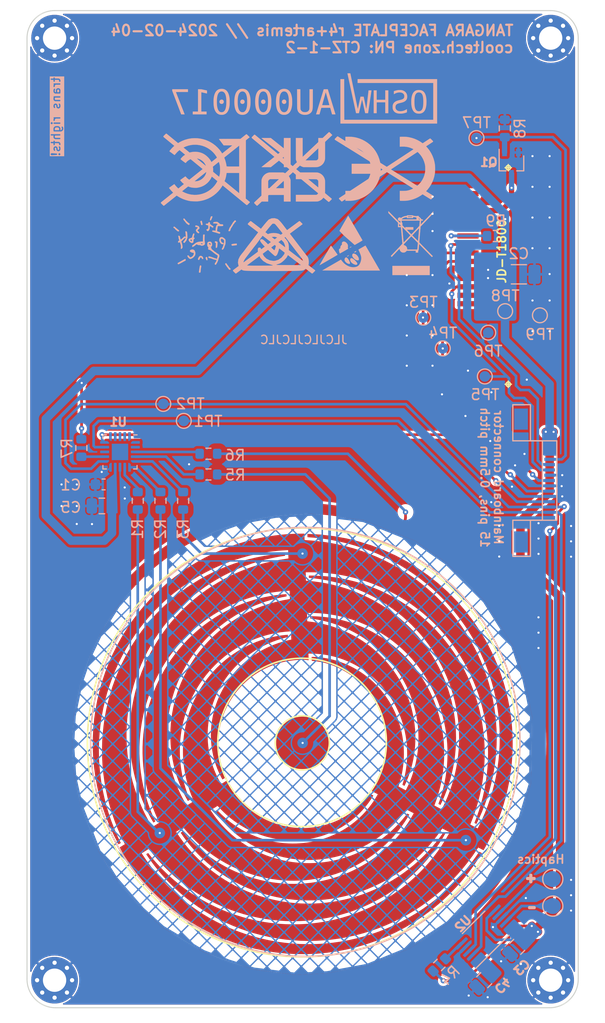
<source format=kicad_pcb>
(kicad_pcb (version 20221018) (generator pcbnew)

  (general
    (thickness 1.6)
  )

  (paper "A4")
  (title_block
    (comment 4 "AISLER Project ID: UHMYFJNI")
  )

  (layers
    (0 "F.Cu" signal)
    (31 "B.Cu" signal)
    (32 "B.Adhes" user "B.Adhesive")
    (33 "F.Adhes" user "F.Adhesive")
    (34 "B.Paste" user)
    (35 "F.Paste" user)
    (36 "B.SilkS" user "B.Silkscreen")
    (37 "F.SilkS" user "F.Silkscreen")
    (38 "B.Mask" user)
    (39 "F.Mask" user)
    (40 "Dwgs.User" user "User.Drawings")
    (41 "Cmts.User" user "User.Comments")
    (42 "Eco1.User" user "User.Eco1")
    (43 "Eco2.User" user "User.Eco2")
    (44 "Edge.Cuts" user)
    (45 "Margin" user)
    (46 "B.CrtYd" user "B.Courtyard")
    (47 "F.CrtYd" user "F.Courtyard")
    (48 "B.Fab" user)
    (49 "F.Fab" user)
    (50 "User.1" user)
    (51 "User.2" user)
    (52 "User.3" user)
    (53 "User.4" user)
    (54 "User.5" user)
    (55 "User.6" user)
    (56 "User.7" user)
    (57 "User.8" user)
    (58 "User.9" user)
  )

  (setup
    (stackup
      (layer "F.SilkS" (type "Top Silk Screen"))
      (layer "F.Paste" (type "Top Solder Paste"))
      (layer "F.Mask" (type "Top Solder Mask") (thickness 0.01))
      (layer "F.Cu" (type "copper") (thickness 0.035))
      (layer "dielectric 1" (type "core") (thickness 1.51) (material "FR4") (epsilon_r 4.5) (loss_tangent 0.02))
      (layer "B.Cu" (type "copper") (thickness 0.035))
      (layer "B.Mask" (type "Bottom Solder Mask") (thickness 0.01))
      (layer "B.Paste" (type "Bottom Solder Paste"))
      (layer "B.SilkS" (type "Bottom Silk Screen"))
      (copper_finish "None")
      (dielectric_constraints no)
    )
    (pad_to_mask_clearance 0)
    (pcbplotparams
      (layerselection 0x00010fc_ffffffff)
      (plot_on_all_layers_selection 0x0000000_00000000)
      (disableapertmacros false)
      (usegerberextensions false)
      (usegerberattributes true)
      (usegerberadvancedattributes true)
      (creategerberjobfile true)
      (dashed_line_dash_ratio 12.000000)
      (dashed_line_gap_ratio 3.000000)
      (svgprecision 6)
      (plotframeref false)
      (viasonmask false)
      (mode 1)
      (useauxorigin false)
      (hpglpennumber 1)
      (hpglpenspeed 20)
      (hpglpendiameter 15.000000)
      (dxfpolygonmode true)
      (dxfimperialunits true)
      (dxfusepcbnewfont true)
      (psnegative false)
      (psa4output false)
      (plotreference true)
      (plotvalue true)
      (plotinvisibletext false)
      (sketchpadsonfab false)
      (subtractmaskfromsilk false)
      (outputformat 1)
      (mirror false)
      (drillshape 0)
      (scaleselection 1)
      (outputdirectory "./gerbers2/")
    )
  )

  (net 0 "")
  (net 1 "Net-(U2-REG)")
  (net 2 "Net-(J2-Pin_1)")
  (net 3 "Net-(SW2-Pin_1)")
  (net 4 "GND")
  (net 5 "+3V3")
  (net 6 "/SCL")
  (net 7 "/SDA")
  (net 8 "/TOUCH_INT")
  (net 9 "/PICO")
  (net 10 "Net-(LCD1-RESET)")
  (net 11 "/SCLK")
  (net 12 "/CS")
  (net 13 "/RS")
  (net 14 "/LED_ENABLE")
  (net 15 "Net-(SW2-Pin_2)")
  (net 16 "Net-(SW2-Pin_3)")
  (net 17 "Net-(LCD1-LEDK)")
  (net 18 "Net-(J1-Pin_1)")
  (net 19 "Net-(U1-KEY0)")
  (net 20 "Net-(SW1-Pin_1)")
  (net 21 "Net-(U1-KEY1)")
  (net 22 "Net-(SW3-Pin_1)")
  (net 23 "Net-(U1-KEY2)")
  (net 24 "Net-(U2-EN)")
  (net 25 "Net-(U1-KEY3)")
  (net 26 "Net-(U1-KEY4)")
  (net 27 "Net-(U1-~{RESET})")
  (net 28 "unconnected-(U1-KEY6-Pad1)")
  (net 29 "unconnected-(U1-KEY5-Pad2)")
  (net 30 "unconnected-(U1-NC-Pad13)")
  (net 31 "unconnected-(U1-KEY11-Pad16)")
  (net 32 "unconnected-(U1-KEY10-Pad17)")
  (net 33 "unconnected-(U1-KEY9-Pad18)")
  (net 34 "unconnected-(U1-KEY8-Pad19)")
  (net 35 "unconnected-(U1-KEY7-Pad20)")

  (footprint "faceplate-footprints:qtouch-wheel" (layer "F.Cu") (at 157.687776 117.890948 -148))

  (footprint "faceplate-footprints:qtouch-guard" (layer "F.Cu") (at 157.7 117.885573 -10))

  (footprint "MountingHole:MountingHole_2.2mm_M2_Pad_Via" (layer "F.Cu") (at 134.3 140.2))

  (footprint "MountingHole:MountingHole_2.2mm_M2_Pad_Via" (layer "F.Cu") (at 134.3 51.25))

  (footprint "faceplate-footprints:qtouch-button" (layer "F.Cu") (at 157.7 117.8))

  (footprint "MountingHole:MountingHole_2.2mm_M2_Pad_Via" (layer "F.Cu") (at 181.1 51.25))

  (footprint "faceplate-footprints:JD-T1800" (layer "F.Cu") (at 160.199674 71.131556 90))

  (footprint "MountingHole:MountingHole_2.2mm_M2_Pad_Via" (layer "F.Cu") (at 181.1 140.2))

  (footprint "Resistor_SMD:R_0603_1608Metric" (layer "B.Cu") (at 148.811943 90.492976 180))

  (footprint "footprints:oshwa-cert" (layer "B.Cu")
    (tstamp 0efe2e21-be9b-4968-94bd-c6302fb66314)
    (at 157.889132 56.948653 180)
    (attr board_only exclude_from_pos_files exclude_from_bom)
    (fp_text reference "G***" (at 0 0) (layer "B.SilkS") hide
        (effects (font (size 1.5 1.5) (thickness 0.3)) (justify mirror))
      (tstamp 7475cf8c-a45b-45a4-9aca-d3a1d614bf0b)
    )
    (fp_text value "LOGO" (at 0.75 0) (layer "B.SilkS") hide
        (effects (font (size 1.5 1.5) (thickness 0.3)) (justify mirror))
      (tstamp 68d40912-2460-4daa-847d-21071157a31b)
    )
    (fp_poly
      (pts
        (xy -7.603911 0.325283)
        (xy -7.603911 -0.11892)
        (xy -7.20168 -0.11892)
        (xy -6.799449 -0.11892)
        (xy -6.799449 0.325283)
        (xy -6.799449 0.769485)
        (xy -6.656045 0.769485)
        (xy -6.512641 0.769485)
        (xy -6.512641 -0.311291)
        (xy -6.512641 -1.392068)
        (xy -6.656 -1.392068)
        (xy -6.799358 -1.392068)
        (xy -6.801153 -0.879661)
        (xy -6.802947 -0.367254)
        (xy -7.203429 -0.365448)
        (xy -7.603911 -0.363642)
        (xy -7.603911 -0.877855)
        (xy -7.603911 -1.392068)
        (xy -7.750813 -1.392068)
        (xy -7.897714 -1.392068)
        (xy -7.897714 -0.311291)
        (xy -7.897714 0.769485)
        (xy -7.750813 0.769485)
        (xy -7.603911 0.769485)
      )

      (stroke (width 0) (type solid)) (fill solid) (layer "B.SilkS") (tstamp 1b1b8f51-b395-4d88-b8f2-dba3c17db507))
    (fp_poly
      (pts
        (xy 1.993324 -0.106062)
        (xy 2.035363 -0.122924)
        (xy 2.078183 -0.153449)
        (xy 2.110862 -0.191633)
        (xy 2.133126 -0.235361)
        (xy 2.144704 -0.282519)
        (xy 2.145322 -0.330993)
        (xy 2.134707 -0.37867)
        (xy 2.112587 -0.423434)
        (xy 2.079211 -0.462691)
        (xy 2.034945 -0.494397)
        (xy 1.985358 -0.51343)
        (xy 1.931954 -0.519332)
        (xy 1.901821 -0.516862)
        (xy 1.851568 -0.503043)
        (xy 1.80736 -0.478277)
        (xy 1.771229 -0.444201)
        (xy 1.745209 -0.40245)
        (xy 1.738559 -0.385411)
        (xy 1.729924 -0.343711)
        (xy 1.728816 -0.297617)
        (xy 1.734943 -0.252772)
        (xy 1.747347 -0.216156)
        (xy 1.776112 -0.172443)
        (xy 1.815084 -0.136028)
        (xy 1.852759 -0.113607)
        (xy 1.896485 -0.100452)
        (xy 1.944743 -0.098008)
      )

      (stroke (width 0) (type solid)) (fill solid) (layer "B.SilkS") (tstamp 2d7f64a2-1067-4e7c-b17e-01f5811329be))
    (fp_poly
      (pts
        (xy 5.921188 -0.105238)
        (xy 5.967032 -0.124476)
        (xy 6.007638 -0.154451)
        (xy 6.040976 -0.194426)
        (xy 6.056583 -0.222763)
        (xy 6.071705 -0.271276)
        (xy 6.07512 -0.323041)
        (xy 6.066786 -0.373744)
        (xy 6.058386 -0.396925)
        (xy 6.032847 -0.43845)
        (xy 5.997189 -0.47284)
        (xy 5.954063 -0.498674)
        (xy 5.90612 -0.514534)
        (xy 5.85601 -0.519001)
        (xy 5.834095 -0.517012)
        (xy 5.782933 -0.503599)
        (xy 5.739369 -0.479232)
        (xy 5.71733 -0.460302)
        (xy 5.686228 -0.421988)
        (xy 5.666917 -0.378622)
        (xy 5.65855 -0.328075)
        (xy 5.658048 -0.311425)
        (xy 5.663994 -0.255602)
        (xy 5.681953 -0.206353)
        (xy 5.711417 -0.164532)
        (xy 5.751875 -0.130993)
        (xy 5.772512 -0.119338)
        (xy 5.8219 -0.10193)
        (xy 5.872135 -0.097477)
      )

      (stroke (width 0) (type solid)) (fill solid) (layer "B.SilkS") (tstamp ed2cf7b5-86df-4744-b2dd-2bf504c95823))
    (fp_poly
      (pts
        (xy 7.896391 -0.108866)
        (xy 7.943321 -0.131456)
        (xy 7.97807 -0.159259)
        (xy 8.00954 -0.199229)
        (xy 8.030049 -0.244638)
        (xy 8.039638 -0.293044)
        (xy 8.038346 -0.342007)
        (xy 8.026213 -0.389087)
        (xy 8.003281 -0.431843)
        (xy 7.973042 -0.464952)
        (xy 7.92959 -0.493324)
        (xy 7.879847 -0.51094)
        (xy 7.827098 -0.517247)
        (xy 7.774628 -0.511692)
        (xy 7.746491 -0.503154)
        (xy 7.70347 -0.4797)
        (xy 7.669171 -0.447051)
        (xy 7.643994 -0.407261)
        (xy 7.628338 -0.36238)
        (xy 7.622603 -0.314461)
        (xy 7.627188 -0.265557)
        (xy 7.642494 -0.217718)
        (xy 7.66892 -0.172998)
        (xy 7.679629 -0.159864)
        (xy 7.698068 -0.143509)
        (xy 7.723433 -0.126656)
        (xy 7.744374 -0.115735)
        (xy 7.794517 -0.100558)
        (xy 7.845989 -0.098417)
      )

      (stroke (width 0) (type solid)) (fill solid) (layer "B.SilkS") (tstamp b886266d-e2f4-41a8-99cb-a01383100d68))
    (fp_poly
      (pts
        (xy 3.910181 -0.099364)
        (xy 3.964242 -0.108105)
        (xy 4.010264 -0.127966)
        (xy 4.049446 -0.159559)
        (xy 4.066177 -0.179071)
        (xy 4.094411 -0.22639)
        (xy 4.109175 -0.276864)
        (xy 4.110345 -0.329459)
        (xy 4.097799 -0.383141)
        (xy 4.092072 -0.397621)
        (xy 4.07389 -0.428693)
        (xy 4.047903 -0.459206)
        (xy 4.018366 -0.484797)
        (xy 3.992146 -0.500065)
        (xy 3.954554 -0.511583)
        (xy 3.912846 -0.517814)
        (xy 3.874346 -0.517755)
        (xy 3.868411 -0.517012)
        (xy 3.816225 -0.502729)
        (xy 3.770708 -0.477088)
        (xy 3.733603 -0.441296)
        (xy 3.712713 -0.409226)
        (xy 3.700755 -0.375153)
        (xy 3.694809 -0.33346)
        (xy 3.695033 -0.289232)
        (xy 3.701584 -0.247556)
        (xy 3.707145 -0.229626)
        (xy 3.731266 -0.184816)
        (xy 3.766391 -0.146554)
        (xy 3.810125 -0.117355)
        (xy 3.817356 -0.113877)
        (xy 3.839904 -0.104565)
        (xy 3.859719 -0.099679)
        (xy 3.882537 -0.098322)
      )

      (stroke (width 0) (type solid)) (fill solid) (layer "B.SilkS") (tstamp 074383d5-89c4-4767-af70-0818de9dbb68))
    (fp_poly
      (pts
        (xy -4.994657 1.647398)
        (xy -4.994657 1.462022)
        (xy -8.562269 1.462022)
        (xy -12.129882 1.462022)
        (xy -12.129882 -0.272817)
        (xy -12.129882 -2.007656)
        (xy -7.937348 -2.007656)
        (xy -3.744813 -2.007656)
        (xy -3.740159 -0.80621)
        (xy -3.739625 -0.663599)
        (xy -3.739108 -0.516335)
        (xy -3.738612 -0.365833)
        (xy -3.73814 -0.213508)
        (xy -3.737695 -0.060773)
        (xy -3.737282 0.090956)
        (xy -3.736903 0.240264)
        (xy -3.736562 0.385738)
        (xy -3.736262 0.525961)
        (xy -3.736007 0.659521)
        (xy -3.7358 0.785002)
        (xy -3.735645 0.900989)
        (xy -3.735545 1.006068)
        (xy -3.735503 1.098824)
        (xy -3.735502 1.114005)
        (xy -3.7355 1.832774)
        (xy -3.553622 1.832774)
        (xy -3.371743 1.832774)
        (xy -3.371743 -0.269319)
        (xy -3.371743 -2.371412)
        (xy -7.936188 -2.371412)
        (xy -12.500633 -2.371412)
        (xy -12.500633 -0.269319)
        (xy -12.500633 1.832774)
        (xy -8.747645 1.832774)
        (xy -4.994657 1.832774)
      )

      (stroke (width 0) (type solid)) (fill solid) (layer "B.SilkS") (tstamp 0ae21bd7-931b-4b7b-9452-183f25500a2d))
    (fp_poly
      (pts
        (xy 10.059267 -0.17838)
        (xy 10.059267 -1.231176)
        (xy 10.307601 -1.231176)
        (xy 10.555935 -1.231176)
        (xy 10.555935 -1.367584)
        (xy 10.555935 -1.503993)
        (xy 9.901873 -1.503993)
        (xy 9.24781 -1.503993)
        (xy 9.24781 -1.367584)
        (xy 9.24781 -1.231176)
        (xy 9.496144 -1.231176)
        (xy 9.744478 -1.231176)
        (xy 9.744478 -0.321313)
        (xy 9.744471 -0.189823)
        (xy 9.744444 -0.071622)
        (xy 9.744387 0.033992)
        (xy 9.744291 0.127722)
        (xy 9.744146 0.210268)
        (xy 9.743943 0.282332)
        (xy 9.743673 0.344618)
        (xy 9.743325 0.397825)
        (xy 9.742891 0.442657)
        (xy 9.742361 0.479816)
        (xy 9.741725 0.510002)
        (xy 9.740974 0.533918)
        (xy 9.740099 0.552265)
        (xy 9.739089 0.565747)
        (xy 9.737937 0.575064)
        (xy 9.736631 0.580918)
        (xy 9.735163 0.584011)
        (xy 9.733522 0.585045)
        (xy 9.732236 0.584911)
        (xy 9.720715 0.581969)
        (xy 9.697896 0.576544)
        (xy 9.665631 0.569052)
        (xy 9.625771 0.559907)
        (xy 9.580167 0.549527)
        (xy 9.53067 0.538325)
        (xy 9.479132 0.526718)
        (xy 9.427404 0.515121)
        (xy 9.377337 0.50395)
        (xy 9.330782 0.493621)
        (xy 9.289591 0.484548)
        (xy 9.255615 0.477147)
        (xy 9.230704 0.471834)
        (xy 9.216711 0.469024)
        (xy 9.214431 0.468687)
        (xy 9.211368 0.472184)
        (xy 9.209065 0.483556)
        (xy 9.207441 0.504122)
        (xy 9.20642 0.535201)
        (xy 9.205921 0.578111)
        (xy 9.205839 0.611957)
        (xy 9.205874 0.660104)
        (xy 9.206111 0.696092)
        (xy 9.206745 0.721755)
        (xy 9.207973 0.738925)
        (xy 9.20999 0.749435)
        (xy 9.212993 0.755118)
        (xy 9.217179 0.757806)
        (xy 9.221578 0.759049)
        (xy 9.231828 0.761378)
        (xy 9.25412 0.766338)
        (xy 9.286832 0.773569)
        (xy 9.328338 0.782714)
        (xy 9.377014 0.793416)
        (xy 9.431236 0.805316)
        (xy 9.489378 0.818056)
        (xy 9.492059 0.818643)
        (xy 9.7468 0.874415)
        (xy 9.903034 0.874415)
        (xy 10.059267 0.874415)
      )

      (stroke (width 0) (type solid)) (fill solid) (layer "B.SilkS") (tstamp 44ea6280-ac0a-40d3-aa94-eb85a113cf3f))
    (fp_poly
      (pts
        (xy 12.493638 0.801741)
        (xy 12.493638 0.729067)
        (xy 12.083704 -0.350738)
        (xy 12.038744 -0.469169)
        (xy 11.994998 -0.584406)
        (xy 11.952737 -0.695738)
        (xy 11.91223 -0.802452)
        (xy 11.873749 -0.903835)
        (xy 11.837564 -0.999174)
        (xy 11.803945 -1.087757)
        (xy 11.773163 -1.16887)
        (xy 11.745488 -1.241803)
        (xy 11.72119 -1.305841)
        (xy 11.70054 -1.360273)
        (xy 11.683809 -1.404385)
        (xy 11.671267 -1.437465)
        (xy 11.663184 -1.4588)
        (xy 11.659984 -1.467268)
        (xy 11.646199 -1.503993)
        (xy 11.478401 -1.503993)
        (xy 11.431838 -1.503785)
        (xy 11.390495 -1.503201)
        (xy 11.356237 -1.5023)
        (xy 11.33093 -1.501142)
        (xy 11.316439 -1.499786)
        (xy 11.313731 -1.498747)
        (xy 11.316946 -1.491165)
        (xy 11.324903 -1.471442)
        (xy 11.337274 -1.440419)
        (xy 11.353728 -1.398938)
        (xy 11.373936 -1.347839)
        (xy 11.397568 -1.287963)
        (xy 11.424294 -1.220152)
        (xy 11.453785 -1.145246)
        (xy 11.485711 -1.064086)
        (xy 11.519742 -0.977515)
        (xy 11.555549 -0.886372)
        (xy 11.592802 -0.791498)
        (xy 11.631171 -0.693735)
        (xy 11.670326 -0.593925)
        (xy 11.709939 -0.492907)
        (xy 11.749679 -0.391523)
        (xy 11.789216 -0.290614)
        (xy 11.828221 -0.191021)
        (xy 11.866364 -0.093586)
        (xy 11.903316 0.000852)
        (xy 11.938747 0.09145)
        (xy 11.972326 0.177367)
        (xy 12.003726 0.257764)
        (xy 12.032615 0.331797)
        (xy 12.058664 0.398628)
        (xy 12.081543 0.457413)
        (xy 12.100924 0.507313)
        (xy 12.116475 0.547486)
        (xy 12.127868 0.577092)
        (xy 12.134772 0.595288)
        (xy 12.136877 0.601227)
        (xy 12.131218 0.60272)
        (xy 12.114052 0.604034)
        (xy 12.085091 0.605174)
        (xy 12.044048 0.606144)
        (xy 11.990638 0.606946)
        (xy 11.924573 0.607586)
        (xy 11.845568 0.608065)
        (xy 11.753335 0.608389)
        (xy 11.647587 0.608561)
        (xy 11.570256 0.608593)
        (xy 11.003635 0.608593)
        (xy 11.003635 0.741504)
        (xy 11.003635 0.874415)
        (xy 11.748637 0.874415)
        (xy 12.493638 0.874415)
      )

      (stroke (width 0) (type solid)) (fill solid) (layer "B.SilkS") (tstamp 55cceb78-98ec-4751-b6df-63e727793591))
    (fp_poly
      (pts
        (xy -0.452647 -0.050716)
        (xy -0.452217 -0.191434)
        (xy -0.451762 -0.318741)
        (xy -0.451274 -0.433216)
        (xy -0.450747 -0.535439)
        (xy -0.450174 -0.625989)
        (xy -0.449548 -0.705446)
        (xy -0.448862 -0.774389)
        (xy -0.44811 -0.833397)
        (xy -0.447284 -0.88305)
        (xy -0.446377 -0.923928)
        (xy -0.445383 -0.95661)
        (xy -0.444295 -0.981675)
        (xy -0.443106 -0.999702)
        (xy -0.441809 -1.011272)
        (xy -0.441236 -1.014321)
        (xy -0.419857 -1.078215)
        (xy -0.386212 -1.135562)
        (xy -0.360332 -1.166776)
        (xy -0.318709 -1.205488)
        (xy -0.272778 -1.235484)
        (xy -0.218849 -1.258938)
        (xy -0.186342 -1.269293)
        (xy -0.157528 -1.276984)
        (xy -0.131635 -1.282137)
        (xy -0.10445 -1.285229)
        (xy -0.071761 -1.286737)
        (xy -0.029356 -1.287138)
        (xy -0.028807 -1.287138)
        (xy 0.048758 -1.283868)
        (xy 0.115843 -1.273595)
        (xy 0.174456 -1.255622)
        (xy 0.226606 -1.229254)
        (xy 0.274301 -1.193796)
        (xy 0.294313 -1.175213)
        (xy 0.335057 -1.128417)
        (xy 0.363983 -1.078845)
        (xy 0.383227 -1.022715)
        (xy 0.385224 -1.014321)
        (xy 0.386565 -1.005164)
        (xy 0.387796 -0.98962)
        (xy 0.388925 -0.967116)
        (xy 0.389959 -0.937083)
        (xy 0.390904 -0.89895)
        (xy 0.391767 -0.852146)
        (xy 0.392555 -0.796099)
        (xy 0.393275 -0.730239)
        (xy 0.393933 -0.653995)
        (xy 0.394537 -0.566797)
        (xy 0.395093 -0.468072)
        (xy 0.395607 -0.357251)
        (xy 0.396088 -0.233763)
        (xy 0.39654 -0.097037)
        (xy 0.396679 -0.050716)
        (xy 0.399399 0.874415)
        (xy 0.556759 0.874415)
        (xy 0.714118 0.874415)
        (xy 0.711636 -0.019237)
        (xy 0.711258 -0.150726)
        (xy 0.710886 -0.268998)
        (xy 0.710507 -0.374827)
        (xy 0.71011 -0.468984)
        (xy 0.709683 -0.552245)
        (xy 0.709214 -0.625382)
        (xy 0.708692 -0.689169)
        (xy 0.708104 -0.744379)
        (xy 0.707439 -0.791785)
        (xy 0.706686 -0.832161)
        (xy 0.705832 -0.866281)
        (xy 0.704866 -0.894917)
        (xy 0.703776 -0.918843)
        (xy 0.70255 -0.938832)
        (xy 0.701177 -0.955658)
        (xy 0.699644 -0.970095)
        (xy 0.69794 -0.982915)
        (xy 0.696881 -0.989837)
        (xy 0.67788 -1.080789)
        (xy 0.65123 -1.161899)
        (xy 0.628563 -1.212242)
        (xy 0.585042 -1.283205)
        (xy 0.530068 -1.347001)
        (xy 0.464521 -1.403071)
        (xy 0.389279 -1.450855)
        (xy 0.305221 -1.489795)
        (xy 0.213227 -1.51933)
        (xy 0.115423 -1.538726)
        (xy 0.079296 -1.54226)
        (xy 0.033667 -1.544343)
        (xy -0.017544 -1.545024)
        (xy -0.07042 -1.544353)
        (xy -0.121042 -1.542377)
        (xy -0.165491 -1.539147)
        (xy -0.199367 -1.534797)
        (xy -0.300282 -1.510934)
        (xy -0.393126 -1.476672)
        (xy -0.477223 -1.432354)
        (xy -0.551898 -1.378325)
        (xy -0.60328 -1.329542)
        (xy -0.640986 -1.284914)
        (xy -0.672868 -1.237324)
        (xy -0.699413 -1.185224)
        (xy -0.721111 -1.127065)
        (xy -0.73845 -1.0613)
        (xy -0.751919 -0.986379)
        (xy -0.762006 -0.900756)
        (xy -0.769133 -0.804051)
        (xy -0.770243 -0.777166)
        (xy -0.771286 -0.737195)
        (xy -0.772255 -0.685046)
        (xy -0.773143 -0.621624)
        (xy -0.773942 -0.547835)
        (xy -0.774646 -0.464585)
        (xy -0.775247 -0.372779)
        (xy -0.775737 -0.273324)
        (xy -0.776108 -0.167125)
        (xy -0.776355 -0.055089)
        (xy -0.776469 0.06188)
        (xy -0.776476 0.099684)
        (xy -0.77648 0.874415)
        (xy -0.615877 0.874415)
        (xy -0.455273 0.874415)
      )

      (stroke (width 0) (type solid)) (fill solid) (layer "B.SilkS") (tstamp 41dcebf9-1373-47e4-a02b-81c120e1801d))
    (fp_poly
      (pts
        (xy -10.704396 0.801112)
        (xy -10.613651 0.789603)
        (xy -10.531075 0.767765)
        (xy -10.455706 0.735281)
        (xy -10.386584 0.691831)
        (xy -10.332398 0.646392)
        (xy -10.276092 0.585483)
        (xy -10.226486 0.515084)
        (xy -10.183378 0.434662)
        (xy -10.146566 0.343687)
        (xy -10.115849 0.241629)
        (xy -10.091024 0.127955)
        (xy -10.071889 0.002135)
        (xy -10.065347 -0.055962)
        (xy -10.061857 -0.101488)
        (xy -10.059351 -0.157747)
        (xy -10.057809 -0.221751)
        (xy -10.057213 -0.29051)
        (xy -10.057543 -0.361035)
        (xy -10.05878 -0.430336)
        (xy -10.060905 -0.495423)
        (xy -10.063899 -0.553308)
        (xy -10.067744 -0.601001)
        (xy -10.068891 -0.611456)
        (xy -10.087541 -0.739887)
        (xy -10.111886 -0.855991)
        (xy -10.142147 -0.960319)
        (xy -10.178545 -1.053419)
        (xy -10.2213 -1.135841)
        (xy -10.270632 -1.208134)
        (xy -10.326763 -1.270847)
        (xy -10.338174 -1.281687)
        (xy -10.388973 -1.322656)
        (xy -10.447459 -1.359889)
        (xy -10.507332 -1.389434)
        (xy -10.514624 -1.392399)
        (xy -10.568803 -1.4094)
        (xy -10.63269 -1.422149)
        (xy -10.70259 -1.430403)
        (xy -10.77481 -1.433918)
        (xy -10.845652 -1.432449)
        (xy -10.911423 -1.425754)
        (xy -10.940678 -1.420493)
        (xy -11.027406 -1.396232)
        (xy -11.106346 -1.361615)
        (xy -11.177654 -1.316416)
        (xy -11.241482 -1.260411)
        (xy -11.297986 -1.193375)
        (xy -11.34732 -1.115081)
        (xy -11.389638 -1.025306)
        (xy -11.425094 -0.923825)
        (xy -11.453844 -0.810412)
        (xy -11.476041 -0.684842)
        (xy -11.483309 -0.629578)
        (xy -11.48889 -0.571878)
        (xy -11.493312 -0.503901)
        (xy -11.496499 -0.429321)
        (xy -11.498376 -0.35181)
        (xy -11.49868 -0.304296)
        (xy -11.194304 -0.304296)
        (xy -11.192727 -0.435019)
        (xy -11.187862 -0.552809)
        (xy -11.179553 -0.658368)
        (xy -11.167644 -0.752397)
        (xy -11.151978 -0.835599)
        (xy -11.1324 -0.908677)
        (xy -11.108752 -0.972331)
        (xy -11.080878 -1.027265)
        (xy -11.048623 -1.074181)
        (xy -11.014705 -1.111092)
        (xy -10.962121 -1.151431)
        (xy -10.902685 -1.180027)
        (xy -10.837618 -1.196558)
        (xy -10.768144 -1.200707)
        (xy -10.700649 -1.193171)
        (xy -10.637657 -1.175006)
        (xy -10.581858 -1.145816)
        (xy -10.532977 -1.105284)
        (xy -10.490737 -1.053096)
        (xy -10.454865 -0.988934)
        (xy -10.425084 -0.912482)
        (xy -10.409624 -0.859026)
        (xy -10.397558 -0.808353)
        (xy -10.387643 -0.757631)
        (xy -10.379662 -0.704713)
        (xy -10.373401 -0.647449)
        (xy -10.368643 -0.583692)
        (xy -10.365173 -0.511295)
        (xy -10.362776 -0.428108)
        (xy -10.361942 -0.383624)
        (xy -10.361373 -0.247926)
        (xy -10.364347 -0.125131)
        (xy -10.370997 -0.014574)
        (xy -10.381454 0.084411)
        (xy -10.395851 0.172488)
        (xy -10.414319 0.250324)
        (xy -10.436992 0.318583)
        (xy -10.464001 0.377931)
        (xy -10.495478 0.429033)
        (xy -10.531556 0.472555)
        (xy -10.532155 0.473176)
        (xy -10.580946 0.515141)
        (xy -10.63516 0.544953)
        (xy -10.69677 0.563622)
        (xy -10.716132 0.567069)
        (xy -10.777949 0.571387)
        (xy -10.840154 0.566243)
        (xy -10.899148 0.552333)
        (xy -10.951332 0.530352)
        (xy -10.972262 0.517582)
        (xy -11.015704 0.482095)
        (xy -11.053994 0.438634)
        (xy -11.087292 0.386603)
        (xy -11.115761 0.325404)
        (xy -11.13956 0.254441)
        (xy -11.158852 0.173117)
        (xy -11.173798 0.080835)
        (xy -11.184559 -0.023001)
        (xy -11.191296 -0.138989)
        (xy -11.19417 -0.267724)
        (xy -11.194304 -0.304296)
        (xy -11.49868 -0.304296)
        (xy -11.498867 -0.275041)
        (xy -11.497896 -0.202686)
        (xy -11.495387 -0.138417)
        (xy -11.493909 -0.115422)
        (xy -11.480308 0.022353)
        (xy -11.460607 0.147821)
        (xy -11.43467 0.261332)
        (xy -11.402365 0.363232)
        (xy -11.363559 0.453869)
        (xy -11.318116 0.533593)
        (xy -11.265904 0.602749)
        (xy -11.206789 0.661687)
        (xy -11.190083 0.675531)
        (xy -11.129054 0.718539)
        (xy -11.06519 0.751889)
        (xy -10.996284 0.776308)
        (xy -10.920127 0.792522)
        (xy -10.834514 0.801259)
        (xy -10.804269 0.802611)
      )

      (stroke (width 0) (type solid)) (fill solid) (layer "B.SilkS") (tstamp 8e6852d5-bd08-4c51-81ca-eeaa2f10db73))
    (fp_poly
      (pts
        (xy 5.958399 0.909919)
        (xy 6.012245 0.902631)
        (xy 6.056848 0.893849)
        (xy 6.096956 0.88225)
        (xy 6.137317 0.86651)
        (xy 6.17257 0.850247)
        (xy 6.250892 0.80505)
        (xy 6.321778 0.748783)
        (xy 6.385281 0.681332)
        (xy 6.44145 0.602584)
        (xy 6.490336 0.512426)
        (xy 6.531988 0.410744)
        (xy 6.566457 0.297427)
        (xy 6.593794 0.17236)
        (xy 6.614049 0.03543)
        (xy 6.627272 -0.113475)
        (xy 6.630738 -0.179543)
        (xy 6.634063 -0.346277)
        (xy 6.629535 -0.503821)
        (xy 6.617218 -0.651734)
        (xy 6.597174 -0.789575)
        (xy 6.569469 -0.916904)
        (xy 6.534166 -1.03328)
        (xy 6.491981 -1.13687)
        (xy 6.444238 -1.227329)
        (xy 6.391209 -1.305331)
        (xy 6.332046 -1.371685)
        (xy 6.265905 -1.427201)
        (xy 6.19194 -1.47269)
        (xy 6.109306 -1.50896)
        (xy 6.099917 -1.512328)
        (xy 6.043146 -1.527917)
        (xy 5.977225 -1.538805)
        (xy 5.906252 -1.544785)
        (xy 5.834328 -1.545648)
        (xy 5.76555 -1.541189)
        (xy 5.708179 -1.532122)
        (xy 5.61729 -1.506638)
        (xy 5.53554 -1.471153)
        (xy 5.46193 -1.424967)
        (xy 5.395457 -1.367379)
        (xy 5.335119 -1.29769)
        (xy 5.299189 -1.246304)
        (xy 5.254663 -1.168743)
        (xy 5.215809 -1.082262)
        (xy 5.182338 -0.985938)
        (xy 5.153959 -0.878848)
        (xy 5.130383 -0.760068)
        (xy 5.115452 -0.661057)
        (xy 5.111289 -0.62008)
        (xy 5.107943 -0.56759)
        (xy 5.10541 -0.506042)
        (xy 5.103691 -0.437891)
        (xy 5.102782 -0.36559)
        (xy 5.102779 -0.36355)
        (xy 5.422481 -0.36355)
        (xy 5.42352 -0.462243)
        (xy 5.426684 -0.550843)
        (xy 5.432132 -0.631242)
        (xy 5.440021 -0.70533)
        (xy 5.450509 -0.774998)
        (xy 5.463753 -0.842136)
        (xy 5.477305 -0.89866)
        (xy 5.506188 -0.992596)
        (xy 5.541053 -1.073915)
        (xy 5.581895 -1.142608)
        (xy 5.628708 -1.198667)
        (xy 5.681484 -1.242083)
        (xy 5.740218 -1.272848)
        (xy 5.771716 -1.283456)
        (xy 5.809239 -1.29012)
        (xy 5.854571 -1.292393)
        (xy 5.902513 -1.290504)
        (xy 5.947863 -1.284681)
        (xy 5.985422 -1.275153)
        (xy 5.988826 -1.2739)
        (xy 6.047352 -1.244204)
        (xy 6.100011 -1.202187)
        (xy 6.146833 -1.147785)
        (xy 6.187849 -1.080934)
        (xy 6.22309 -1.001569)
        (xy 6.252585 -0.909628)
        (xy 6.276365 -0.805045)
        (xy 6.29446 -0.687758)
        (xy 6.302206 -0.615588)
        (xy 6.309168 -0.519287)
        (xy 6.313196 -0.416033)
        (xy 6.314344 -0.309295)
        (xy 6.312664 -0.202541)
        (xy 6.308209 -0.099241)
        (xy 6.301033 -0.002862)
        (xy 6.291562 0.080447)
        (xy 6.272605 0.193303)
        (xy 6.248621 0.293328)
        (xy 6.219437 0.380814)
        (xy 6.184878 0.45605)
        (xy 6.14477 0.519329)
        (xy 6.098938 0.570942)
        (xy 6.047208 0.611179)
        (xy 5.989406 0.640333)
        (xy 5.948508 0.653474)
        (xy 5.884968 0.663469)
        (xy 5.820487 0.660455)
        (xy 5.786743 0.654009)
        (xy 5.723126 0.631992)
        (xy 5.665562 0.597391)
        (xy 5.614085 0.550252)
        (xy 5.568727 0.49062)
        (xy 5.529521 0.41854)
        (xy 5.4965 0.334057)
        (xy 5.469697 0.237217)
        (xy 5.463718 0.20986)
        (xy 5.454004 0.160837)
        (xy 5.44605 0.114937)
        (xy 5.439651 0.069823)
        (xy 5.434605 0.023157)
        (xy 5.430707 -0.027398)
        (xy 5.427753 -0.084181)
        (xy 5.425541 -0.149528)
        (xy 5.423866 -0.225778)
        (xy 5.42341 -0.252876)
        (xy 5.422481 -0.36355)
        (xy 5.102779 -0.36355)
        (xy 5.102683 -0.291595)
        (xy 5.103392 -0.218359)
        (xy 5.104907 -0.148336)
        (xy 5.107227 -0.083982)
        (xy 5.11035 -0.027751)
        (xy 5.114274 0.017904)
        (xy 5.115909 0.031479)
        (xy 5.136055 0.159215)
        (xy 5.160944 0.274787)
        (xy 5.190949 0.379325)
        (xy 5.226439 0.473954)
        (xy 5.267787 0.559801)
        (xy 5.315363 0.637995)
        (xy 5.315859 0.638723)
        (xy 5.374144 0.7124)
        (xy 5.44086 0.775164)
        (xy 5.515348 0.826736)
        (xy 5.596945 0.866839)
        (xy 5.684993 0.895192)
        (xy 5.77883 0.911518)
        (xy 5.877797 0.915537)
      )

      (stroke (width 0) (type solid)) (fill solid) (layer "B.SilkS") (tstamp ac65ec05-b92f-4e7c-ba46-adae3807a76c))
    (fp_poly
      (pts
        (xy -1.935487 0.874358)
        (xy -1.890549 0.874122)
        (xy -1.856507 0.873612)
        (xy -1.831815 0.872732)
        (xy -1.814925 0.871386)
        (xy -1.804291 0.869479)
        (xy -1.798366 0.866915)
        (xy -1.795601 0.863598)
        (xy -1.795074 0.862173)
        (xy -1.791573 0.850622)
        (xy -1.784305 0.826758)
        (xy -1.773523 0.791412)
        (xy -1.759482 0.745418)
        (xy -1.742438 0.689608)
        (xy -1.722645 0.624816)
        (xy -1.700356 0.551872)
        (xy -1.675828 0.471612)
        (xy -1.649315 0.384866)
        (xy -1.621071 0.292468)
        (xy -1.591351 0.195251)
        (xy -1.56041 0.094046)
        (xy -1.528502 -0.010312)
        (xy -1.495882 -0.116993)
        (xy -1.462805 -0.225161)
        (xy -1.429525 -0.333986)
        (xy -1.396296 -0.442635)
        (xy -1.363375 -0.550274)
        (xy -1.331015 -0.656071)
        (xy -1.29947 -0.759194)
        (xy -1.268997 -0.858809)
        (xy -1.239848 -0.954084)
        (xy -1.212279 -1.044187)
        (xy -1.186545 -1.128284)
        (xy -1.1629 -1.205543)
        (xy -1.141599 -1.275132)
        (xy -1.122896 -1.336216)
        (xy -1.107047 -1.387965)
        (xy -1.094305 -1.429545)
        (xy -1.084926 -1.460123)
        (xy -1.079163 -1.478867)
        (xy -1.077297 -1.484882)
        (xy -1.070924 -1.504245)
        (xy -1.236567 -1.50237)
        (xy -1.40221 -1.500495)
        (xy -1.489827 -1.192701)
        (xy -1.577444 -0.884907)
        (xy -1.99449 -0.883104)
        (xy -2.411535 -0.8813)
        (xy -2.443322 -0.995029)
        (xy -2.453968 -1.033175)
        (xy -2.467451 -1.08158)
        (xy -2.482876 -1.137018)
        (xy -2.499344 -1.196264)
        (xy -2.51596 -1.256095)
        (xy -2.52991 -1.306375)
        (xy -2.58471 -1.503993)
        (xy -2.75009 -1.503993)
        (xy -2.915469 -1.503993)
        (xy -2.884782 -1.40431)
        (xy -2.879325 -1.386546)
        (xy -2.870014 -1.356195)
        (xy -2.857093 -1.314045)
        (xy -2.840802 -1.260886)
        (xy -2.821384 -1.19751)
        (xy -2.79908 -1.124704)
        (xy -2.774133 -1.04326)
        (xy -2.746784 -0.953967)
        (xy -2.717276 -0.857614)
        (xy -2.685849 -0.754992)
        (xy -2.652747 -0.646891)
        (xy -2.643697 -0.617336)
        (xy -2.32932 -0.617336)
        (xy -2.328666 -0.620155)
        (xy -2.32587 -0.622507)
        (xy -2.319777 -0.624432)
        (xy -2.309227 -0.625974)
        (xy -2.293066 -0.627175)
        (xy -2.270134 -0.628077)
        (xy -2.239275 -0.628722)
        (xy -2.199331 -0.629152)
        (xy -2.149147 -0.62941)
        (xy -2.087563 -0.629537)
        (xy -2.013423 -0.629577)
        (xy -1.993666 -0.629578)
        (xy -1.915421 -0.629532)
        (xy -1.850059 -0.629371)
        (xy -1.796471 -0.629061)
        (xy -1.753549 -0.628568)
        (xy -1.720185 -0.62786)
        (xy -1.695271 -0.626903)
        (xy -1.677697 -0.625662)
        (xy -1.666358 -0.624105)
        (xy -1.660143 -0.622198)
        (xy -1.657945 -0.619907)
        (xy -1.65789 -0.619401)
        (xy -1.65972 -0.611585)
        (xy -1.664991 -0.591475)
        (xy -1.673376 -0.560252)
        (xy -1.684548 -0.519095)
        (xy -1.698179 -0.469184)
        (xy -1.713942 -0.4117)
        (xy -1.73151 -0.347822)
        (xy -1.750555 -0.278731)
        (xy -1.770751 -0.205606)
        (xy -1.791769 -0.129627)
        (xy -1.813282 -0.051975)
        (xy -1.834964 0.026172)
        (xy -1.856487 0.103632)
        (xy -1.877523 0.179226)
        (xy -1.897745 0.251774)
        (xy -1.916826 0.320095)
        (xy -1.934439 0.383011)
        (xy -1.950255 0.43934)
        (xy -1.963949 0.487903)
        (xy -1.975193 0.52752)
        (xy -1.983658 0.557012)
        (xy -1.989019 0.575197)
        (xy -1.990766 0.580612)
        (xy -1.993101 0.575373)
        (xy -1.998843 0.557804)
        (xy -2.007666 0.529058)
        (xy -2.019245 0.490287)
        (xy -2.033253 0.442646)
        (xy -2.049365 0.387288)
        (xy -2.067254 0.325365)
        (xy -2.086596 0.258031)
        (xy -2.107063 0.186438)
        (xy -2.12833 0.111741)
        (xy -2.150071 0.035091)
        (xy -2.17196 -0.042357)
        (xy -2.193672 -0.11945)
        (xy -2.21488 -0.195036)
        (xy -2.235258 -0.267961)
        (xy -2.254481 -0.337072)
        (xy -2.272223 -0.401217)
        (xy -2.288158 -0.45924)
        (xy -2.301959 -0.509991)
        (xy -2.313301 -0.552314)
        (xy -2.321859 -0.585059)
        (xy -2.327306 -0.60707)
        (xy -2.329316 -0.617195)
        (xy -2.32932 -0.617336)
        (xy -2.643697 -0.617336)
        (xy -2.618211 -0.5341)
        (xy -2.582482 -0.417409)
        (xy -2.545804 -0.297608)
        (xy -2.520546 -0.215106)
        (xy -2.186997 0.874415)
        (xy -1.992869 0.874415)
      )

      (stroke (width 0) (type solid)) (fill solid) (layer "B.SilkS") (tstamp c909da5b-71cd-40d4-a67f-521ba084cb7d))
    (fp_poly
      (pts
        (xy 3.961928 0.91281)
        (xy 4.048013 0.902429)
        (xy 4.127449 0.883323)
        (xy 4.172392 0.867101)
        (xy 4.254795 0.825318)
        (xy 4.329829 0.771659)
        (xy 4.397477 0.706153)
        (xy 4.457719 0.62883)
        (xy 4.510536 0.539717)
        (xy 4.55591 0.438844)
        (xy 4.593823 0.32624)
        (xy 4.624255 0.201934)
        (xy 4.633452 0.153897)
        (xy 4.65071 0.035429)
        (xy 4.662349 -0.092549)
        (xy 4.668399 -0.226749)
        (xy 4.668895 -0.363883)
        (xy 4.663869 -0.500664)
        (xy 4.653353 -0.633803)
        (xy 4.637381 -0.760013)
        (xy 4.623569 -0.839438)
        (xy 4.610467 -0.89635)
        (xy 4.592676 -0.959346)
        (xy 4.571676 -1.024006)
        (xy 4.548951 -1.085911)
        (xy 4.52598 -1.140641)
        (xy 4.514653 -1.164355)
        (xy 4.462859 -1.254121)
        (xy 4.404061 -1.331798)
        (xy 4.33815 -1.39747)
        (xy 4.265019 -1.451224)
        (xy 4.18456 -1.493143)
        (xy 4.096665 -1.523311)
        (xy 4.039796 -1.5359)
        (xy 4.000089 -1.540963)
        (xy 3.951681 -1.543992)
        (xy 3.898954 -1.544997)
        (xy 3.84629 -1.543993)
        (xy 3.798071 -1.54099)
        (xy 3.75868 -1.536001)
        (xy 3.753917 -1.535105)
        (xy 3.692367 -1.520389)
        (xy 3.636785 -1.501144)
        (xy 3.5851 -1.477609)
        (xy 3.537097 -1.451816)
        (xy 3.497233 -1.425562)
        (xy 3.460097 -1.394907)
        (xy 3.425793 -1.361585)
        (xy 3.366651 -1.292629)
        (xy 3.314368 -1.213597)
        (xy 3.268773 -1.124048)
        (xy 3.229692 -1.023539)
        (xy 3.196955 -0.91163)
        (xy 3.170388 -0.78788)
        (xy 3.150096 -0.654062)
        (xy 3.146295 -0.614699)
        (xy 3.14313 -0.564252)
        (xy 3.140614 -0.505168)
        (xy 3.138762 -0.43989)
        (xy 3.137586 -0.370864)
        (xy 3.137182 -0.312024)
        (xy 3.455759 -0.312024)
        (xy 3.457473 -0.44473)
        (xy 3.462845 -0.564957)
        (xy 3.47205 -0.673775)
        (xy 3.485265 -0.772256)
        (xy 3.502665 -0.86147)
        (xy 3.524425 -0.942488)
        (xy 3.55072 -1.016381)
        (xy 3.581726 -1.08422)
        (xy 3.582473 -1.085675)
        (xy 3.618313 -1.14342)
        (xy 3.661938 -1.19417)
        (xy 3.711291 -1.236163)
        (xy 3.764311 -1.267641)
        (xy 3.817334 -1.28647)
        (xy 3.85233 -1.291563)
        (xy 3.894802 -1.293147)
        (xy 3.938711 -1.29133)
        (xy 3.978017 -1.286219)
        (xy 3.990584 -1.28341)
        (xy 4.052138 -1.260635)
        (xy 4.107715 -1.225862)
        (xy 4.157385 -1.178972)
        (xy 4.201221 -1.119843)
        (xy 4.239293 -1.048355)
        (xy 4.271674 -0.964387)
        (xy 4.298435 -0.867819)
        (xy 4.319647 -0.758529)
        (xy 4.325805 -0.71702)
        (xy 4.335745 -0.628823)
        (xy 4.342989 -0.530419)
        (xy 4.347482 -0.42534)
        (xy 4.349167 -0.317119)
        (xy 4.34799 -0.209288)
        (xy 4.343893 -0.105378)
        (xy 4.336969 -0.010493)
        (xy 4.3224 0.109896)
        (xy 4.302178 0.218984)
        (xy 4.27641 0.316511)
        (xy 4.245207 0.402217)
        (xy 4.208679 0.47584)
        (xy 4.166935 0.537121)
        (xy 4.120084 0.585799)
        (xy 4.071852 0.619628)
        (xy 4.035105 0.636365)
        (xy 3.991478 0.650511)
        (xy 3.947011 0.660441)
        (xy 3.907746 0.66453)
        (xy 3.904909 0.664556)
        (xy 3.841859 0.65826)
        (xy 3.779338 0.640341)
        (xy 3.721059 0.61225)
        (xy 3.67074 0.575436)
        (xy 3.666378 0.571416)
        (xy 3.651156 0.554779)
        (xy 3.632204 0.530845)
        (xy 3.613136 0.504225)
        (xy 3.609437 0.498699)
        (xy 3.573057 0.435386)
        (xy 3.541818 0.363179)
        (xy 3.515605 0.281458)
        (xy 3.4943 0.189605)
        (xy 3.477785 0.087002)
        (xy 3.465943 -0.02697)
        (xy 3.458657 -0.15293)
        (xy 3.45581 -0.291496)
        (xy 3.455759 -0.312024)
        (xy 3.137182 -0.312024)
        (xy 3.137103 -0.300536)
        (xy 3.137324 -0.231349)
        (xy 3.138263 -0.16575)
        (xy 3.139936 -0.106182)
        (xy 3.142355 -0.055092)
        (xy 3.145534 -0.014924)
        (xy 3.146434 -0.006995)
        (xy 3.160879 0.098419)
        (xy 3.177009 0.192015)
        (xy 3.19536 0.275917)
        (xy 3.216465 0.352249)
        (xy 3.240859 0.423136)
        (xy 3.269077 0.490703)
        (xy 3.27463 0.502732)
        (xy 3.324734 0.596642)
        (xy 3.381378 0.678213)
        (xy 3.444672 0.747533)
        (xy 3.514723 0.804688)
        (xy 3.59164 0.849764)
        (xy 3.675531 0.882849)
        (xy 3.766506 0.904027)
        (xy 3.781245 0.90625)
        (xy 3.872052 0.914179)
      )

      (stroke (width 0) (type solid)) (fill solid) (layer "B.SilkS") (tstamp 7040c1e7-9358-4d4b-b1dd-12dec2396f02))
    (fp_poly
      (pts
        (xy 1.99122 0.913697)
        (xy 2.053706 0.906658)
        (xy 2.06255 0.905373)
        (xy 2.153853 0.885147)
        (xy 2.238601 0.852648)
        (xy 2.316662 0.808032)
        (xy 2.387903 0.751455)
        (xy 2.452191 0.683074)
        (xy 2.509394 0.603045)
        (xy 2.559379 0.511525)
        (xy 2.602015 0.408669)
        (xy 2.637167 0.294634)
        (xy 2.65834 0.202865)
        (xy 2.679279 0.077795)
        (xy 2.69401 -0.056157)
        (xy 2.702535 -0.195811)
        (xy 2.704851 -0.337989)
        (xy 2.700959 -0.479511)
        (xy 2.690857 -0.617197)
        (xy 2.674546 -0.747868)
        (xy 2.658556 -0.837791)
        (xy 2.628577 -0.960553)
        (xy 2.591026 -1.07198)
        (xy 2.545988 -1.171971)
        (xy 2.493548 -1.260425)
        (xy 2.433789 -1.33724)
        (xy 2.366796 -1.402313)
        (xy 2.292655 -1.455545)
        (xy 2.211449 -1.496833)
        (xy 2.123263 -1.526075)
        (xy 2.077609 -1.535961)
        (xy 2.046045 -1.540004)
        (xy 2.005227 -1.542816)
        (xy 1.959073 -1.54437)
        (xy 1.9115 -1.54464)
        (xy 1.866423 -1.5436)
        (xy 1.82776 -1.541222)
        (xy 1.801294 -1.537844)
        (xy 1.707192 -1.513862)
        (xy 1.621304 -1.478794)
        (xy 1.543904 -1.432778)
        (xy 1.475268 -1.375954)
        (xy 1.466866 -1.367643)
        (xy 1.420135 -1.316426)
        (xy 1.380227 -1.263166)
        (xy 1.343888 -1.20325)
        (xy 1.323484 -1.164269)
        (xy 1.291867 -1.095631)
        (xy 1.264519 -1.024071)
        (xy 1.240917 -0.94758)
        (xy 1.220537 -0.864146)
        (xy 1.202856 -0.771758)
        (xy 1.18735 -0.668404)
        (xy 1.18068 -0.615588)
        (xy 1.177253 -0.576985)
        (xy 1.17464 -0.526949)
        (xy 1.172826 -0.468013)
        (xy 1.171795 -0.40271)
        (xy 1.171533 -0.333574)
        (xy 1.171682 -0.312197)
        (xy 1.49342 -0.312197)
        (xy 1.493645 -0.379806)
        (xy 1.49437 -0.445193)
        (xy 1.495595 -0.506044)
        (xy 1.49732 -0.560042)
        (xy 1.499545 -0.604873)
        (xy 1.50227 -0.638223)
        (xy 1.50248 -0.640071)
        (xy 1.515361 -0.737293)
        (xy 1.53019 -0.822728)
        (xy 1.547501 -0.898507)
        (xy 1.567826 -0.966763)
        (xy 1.591699 -1.029627)
        (xy 1.610185 -1.070283)
        (xy 1.629429 -1.107918)
        (xy 1.647168 -1.137092)
        (xy 1.666663 -1.162499)
        (xy 1.691173 -1.188835)
        (xy 1.695587 -1.193258)
        (xy 1.748267 -1.238268)
        (xy 1.802462 -1.269731)
        (xy 1.85165 -1.28647)
        (xy 1.892042 -1.292286)
        (xy 1.939212 -1.293436)
        (xy 1.986914 -1.290131)
        (xy 2.0289 -1.282581)
        (xy 2.037154 -1.280246)
        (xy 2.095839 -1.256062)
        (xy 2.148701 -1.221384)
        (xy 2.195879 -1.175911)
        (xy 2.237511 -1.119337)
        (xy 2.273735 -1.051361)
        (xy 2.304691 -0.971677)
        (xy 2.330516 -0.879984)
        (xy 2.351349 -0.775976)
        (xy 2.367328 -0.659352)
        (xy 2.37847 -0.531644)
        (xy 2.383956 -0.413568)
        (xy 2.385089 -0.29374)
        (xy 2.382028 -0.174612)
        (xy 2.374936 -0.058632)
        (xy 2.363974 0.051749)
        (xy 2.349304 0.154081)
        (xy 2.331086 0.245913)
        (xy 2.325798 0.267731)
        (xy 2.298249 0.357992)
        (xy 2.264189 0.437244)
        (xy 2.223955 0.505165)
        (xy 2.177881 0.561429)
        (xy 2.126305 0.605712)
        (xy 2.069561 0.63769)
        (xy 2.007986 0.65704)
        (xy 1.941916 0.663437)
        (xy 1.916717 0.662479)
        (xy 1.851081 0.652371)
        (xy 1.791476 0.63182)
        (xy 1.737703 0.600513)
        (xy 1.689565 0.558142)
        (xy 1.646864 0.504394)
        (xy 1.609404 0.438959)
        (xy 1.576986 0.361526)
        (xy 1.549414 0.271784)
        (xy 1.526489 0.169423)
        (xy 1.508015 0.054131)
        (xy 1.502543 0.010493)
        (xy 1.499777 -0.021837)
        (xy 1.497508 -0.065835)
        (xy 1.495738 -0.119184)
        (xy 1.494466 -0.179571)
        (xy 1.493694 -0.24468)
        (xy 1.49342 -0.312197)
        (xy 1.171682 -0.312197)
        (xy 1.172023 -0.263137)
        (xy 1.173251 -0.193933)
        (xy 1.175202 -0.128495)
        (xy 1.177859 -0.069356)
        (xy 1.181208 -0.019048)
        (xy 1.184479 0.013991)
        (xy 1.205545 0.153905)
        (xy 1.233173 0.281548)
        (xy 1.267406 0.397028)
        (xy 1.308287 0.500455)
        (xy 1.355859 0.591936)
        (xy 1.410165 0.671579)
        (xy 1.47125 0.739495)
        (xy 1.47574 0.743774)
        (xy 1.546711 0.802189)
        (xy 1.622498 0.847717)
        (xy 1.704266 0.880922)
        (xy 1.793182 0.902367)
        (xy 1.80962 0.90496)
        (xy 1.875196 0.912858)
        (xy 1.933723 0.915767)
      )

      (stroke (width 0) (type solid)) (fill solid) (layer "B.SilkS") (tstamp b216a8ce-b314-4ba9-9743-bedbdbcf4952))
    (fp_poly
      (pts
        (xy 7.907846 0.911137)
        (xy 7.95012 0.90622)
        (xy 8.042915 0.886653)
        (xy 8.128704 0.855007)
        (xy 8.207455 0.811332)
        (xy 8.279134 0.755678)
        (xy 8.343709 0.688094)
        (xy 8.401149 0.608631)
        (xy 8.451419 0.517337)
        (xy 8.494488 0.414264)
        (xy 8.530324 0.29946)
        (xy 8.558893 0.172975)
        (xy 8.580164 0.03486)
        (xy 8.591249 -0.0756)
        (xy 8.593712 -0.118144)
        (xy 8.595311 -0.170926)
        (xy 8.596091 -0.231393)
        (xy 8.5961 -0.29699)
        (xy 8.595381 -0.365163)
        (xy 8.593981 -0.433359)
        (xy 8.591947 -0.499023)
        (xy 8.589324 -0.559601)
        (xy 8.586157 -0.612539)
        (xy 8.582492 -0.655283)
        (xy 8.580554 -0.67155)
        (xy 8.56662 -0.765541)
        (xy 8.551626 -0.848083)
        (xy 8.534892 -0.921712)
        (xy 8.515737 -0.988965)
        (xy 8.49348 -1.052377)
        (xy 8.46744 -1.114486)
        (xy 8.453804 -1.143734)
        (xy 8.408384 -1.228959)
        (xy 8.359477 -1.301766)
        (xy 8.305773 -1.36356)
        (xy 8.24596 -1.415744)
        (xy 8.178724 -1.459722)
        (xy 8.139053 -1.480463)
        (xy 8.091463 -1.502002)
        (xy 8.047747 -1.518055)
        (xy 8.004244 -1.529412)
        (xy 7.957293 -1.536861)
        (xy 7.903233 -1.54119)
        (xy 7.848747 -1.543012)
        (xy 7.784174 -1.54329)
        (xy 7.732629 -1.541362)
        (xy 7.693319 -1.53719)
        (xy 7.684357 -1.535607)
        (xy 7.59639 -1.511964)
        (xy 7.513621 -1.477064)
        (xy 7.437869 -1.431922)
        (xy 7.370953 -1.377555)
        (xy 7.335881 -1.341019)
        (xy 7.282053 -1.272306)
        (xy 7.23482 -1.196949)
        (xy 7.193762 -1.11384)
        (xy 7.158456 -1.02187)
        (xy 7.128483 -0.919931)
        (xy 7.103423 -0.806913)
        (xy 7.082855 -0.681709)
        (xy 7.081184 -0.669617)
        (xy 7.077267 -0.631616)
        (xy 7.074068 -0.581986)
        (xy 7.071588 -0.523071)
        (xy 7.069825 -0.457213)
        (xy 7.068781 -0.386757)
        (xy 7.068454 -0.314045)
        (xy 7.068478 -0.309637)
        (xy 7.386313 -0.309637)
        (xy 7.386567 -0.376377)
        (xy 7.387409 -0.440662)
        (xy 7.38884 -0.499754)
        (xy 7.390861 -0.550914)
        (xy 7.393472 -0.591402)
        (xy 7.393752 -0.594602)
        (xy 7.408151 -0.720481)
        (xy 7.427607 -0.833431)
        (xy 7.452214 -0.933606)
        (xy 7.482067 -1.021159)
        (xy 7.517261 -1.096243)
        (xy 7.557892 -1.159011)
        (xy 7.604055 -1.209616)
        (xy 7.655845 -1.248211)
        (xy 7.713356 -1.27495)
        (xy 7.776685 -1.289985)
        (xy 7.82804 -1.293673)
        (xy 7.861416 -1.292342)
        (xy 7.896198 -1.288415)
        (xy 7.92209 -1.283375)
        (xy 7.982178 -1.261345)
        (xy 8.036416 -1.227953)
        (xy 8.084934 -1.182969)
        (xy 8.127866 -1.126162)
        (xy 8.165342 -1.057302)
        (xy 8.197494 -0.976161)
        (xy 8.224455 -0.882508)
        (xy 8.246354 -0.776114)
        (xy 8.258391 -0.69661)
        (xy 8.266435 -0.62151)
        (xy 8.272373 -0.535842)
        (xy 8.276205 -0.442803)
        (xy 8.27793 -0.345592)
        (xy 8.277549 -0.247406)
        (xy 8.27506 -0.151443)
        (xy 8.270464 -0.060903)
        (xy 8.26376 0.021018)
        (xy 8.25846 0.066717)
        (xy 8.241136 0.176022)
        (xy 8.219721 0.272627)
        (xy 8.193916 0.357296)
        (xy 8.163424 0.430796)
        (xy 8.127945 0.493893)
        (xy 8.087181 0.547352)
        (xy 8.06043 0.574777)
        (xy 8.007981 0.614659)
        (xy 7.949942 0.642746)
        (xy 7.888224 0.65905)
        (xy 7.824741 0.663582)
        (xy 7.761404 0.656355)
        (xy 7.700129 0.63738)
        (xy 7.642826 0.60667)
        (xy 7.599208 0.571858)
        (xy 7.556714 0.524736)
        (xy 7.519249 0.468215)
        (xy 7.486598 0.40166)
        (xy 7.458546 0.324435)
        (xy 7.434877 0.235905)
        (xy 7.415377 0.135434)
        (xy 7.39983 0.022386)
        (xy 7.393855 -0.034976)
        (xy 7.391174 -0.072907)
        (xy 7.389078 -0.122077)
        (xy 7.387569 -0.179748)
        (xy 7.386647 -0.243181)
        (xy 7.386313 -0.309637)
        (xy 7.068478 -0.309637)
        (xy 7.068845 -0.24142)
        (xy 7.069954 -0.171227)
        (xy 7.071781 -0.105808)
        (xy 7.074325 -0.047507)
        (xy 7.077587 0.001333)
        (xy 7.0812 0.035733)
        (xy 7.103576 0.172733)
        (xy 7.131952 0.297301)
        (xy 7.166487 0.409717)
        (xy 7.207341 0.510262)
        (xy 7.254674 0.599217)
        (xy 7.308644 0.676862)
        (xy 7.369413 0.743478)
        (xy 7.437138 0.799347)
        (xy 7.511981 0.844749)
        (xy 7.551676 0.863421)
        (xy 7.631279 0.890683)
        (xy 7.718641 0.907881)
        (xy 7.811563 0.914778)
      )

      (stroke (width 0) (type solid)) (fill solid) (layer "B.SilkS") (tstamp a21db507-0d53-4529-bb42-dc8ec43b3030))
    (fp_poly
      (pts
        (xy -8.879347 0.799837)
        (xy -8.845191 0.798555)
        (xy -8.816248 0.796323)
        (xy -8.789592 0.792949)
        (xy -8.762299 0.788239)
        (xy -8.747293 0.785281)
        (xy -8.699492 0.774864)
        (xy -8.646886 0.762194)
        (xy -8.593063 0.748239)
        (xy -8.541615 0.733967)
        (xy -8.496133 0.720345)
        (xy -8.460205 0.708343)
        (xy -8.455591 0.70664)
        (xy -8.415368 0.691532)
        (xy -8.415368 0.544736)
        (xy -8.415368 0.39794)
        (xy -8.445098 0.416167)
        (xy -8.542229 0.469268)
        (xy -8.64195 0.511471)
        (xy -8.742815 0.542495)
        (xy -8.843375 0.562058)
        (xy -8.942182 0.569879)
        (xy -9.037786 0.565677)
        (xy -9.128741 0.549171)
        (xy -9.129296 0.549028)
        (xy -9.196554 0.525248)
        (xy -9.256962 0.491129)
        (xy -9.309022 0.447943)
        (xy -9.351232 0.396963)
        (xy -9.382092 0.33946)
        (xy -9.384924 0.332278)
        (xy -9.390889 0.313409)
        (xy -9.394845 0.291924)
        (xy -9.397138 0.264559)
        (xy -9.398111 0.228053)
        (xy -9.39821 0.206362)
        (xy -9.398007 0.168207)
        (xy -9.397063 0.140616)
        (xy -9.394872 0.120164)
        (xy -9.39093 0.103425)
        (xy -9.384732 0.086976)
        (xy -9.378618 0.073451)
        (xy -9.358922 0.0377)
        (xy -9.334531 0.006104)
        (xy -9.304206 -0.022012)
        (xy -9.266706 -0.047322)
        (xy -9
... [1068317 chars truncated]
</source>
